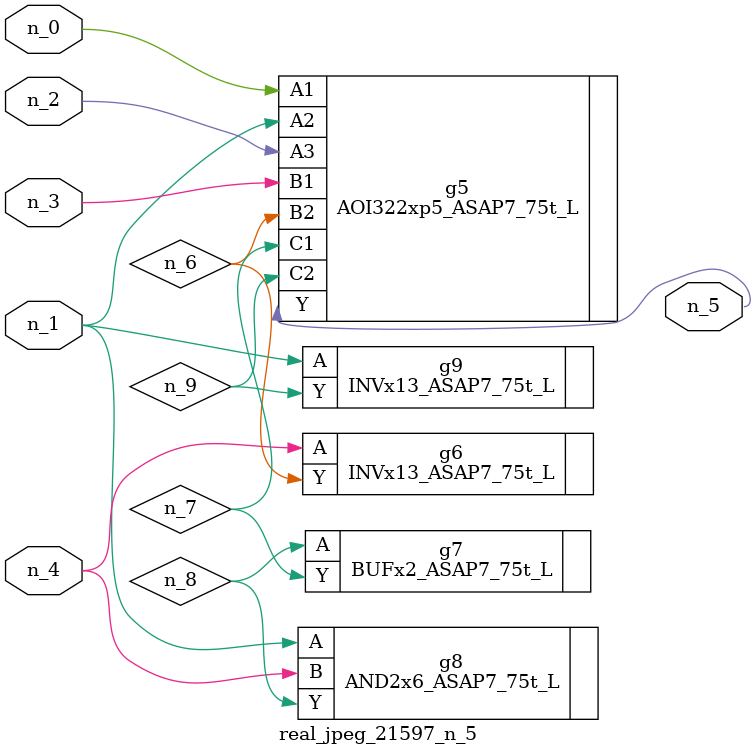
<source format=v>
module real_jpeg_21597_n_5 (n_4, n_0, n_1, n_2, n_3, n_5);

input n_4;
input n_0;
input n_1;
input n_2;
input n_3;

output n_5;

wire n_8;
wire n_6;
wire n_7;
wire n_9;

AOI322xp5_ASAP7_75t_L g5 ( 
.A1(n_0),
.A2(n_1),
.A3(n_2),
.B1(n_3),
.B2(n_6),
.C1(n_7),
.C2(n_9),
.Y(n_5)
);

AND2x6_ASAP7_75t_L g8 ( 
.A(n_1),
.B(n_4),
.Y(n_8)
);

INVx13_ASAP7_75t_L g9 ( 
.A(n_1),
.Y(n_9)
);

INVx13_ASAP7_75t_L g6 ( 
.A(n_4),
.Y(n_6)
);

BUFx2_ASAP7_75t_L g7 ( 
.A(n_8),
.Y(n_7)
);


endmodule
</source>
